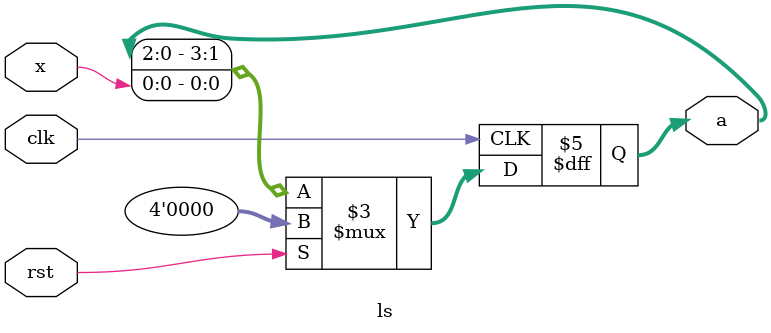
<source format=v>
`timescale 1ns/1ps
module ls(clk,rst,x,a);
 input wire clk;
 input wire rst;
 input wire x;
 output reg [3:0] a;
 
 always @ (posedge clk)
 begin
        if(rst)
        begin
          a=4'b0000;
        end
        else
        a={a[2:0],x};
        
            
    end


    
endmodule
</source>
